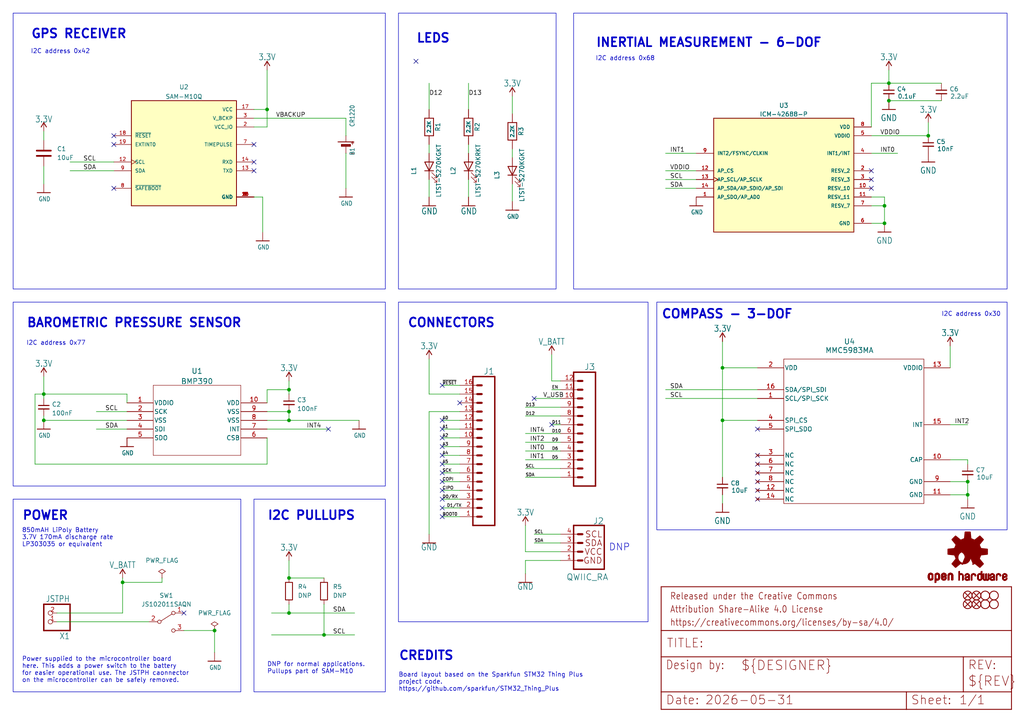
<source format=kicad_sch>
(kicad_sch (version 20230121) (generator eeschema)
  (paper "A4")
  (title_block (date "2023-10-12"))
  (lib_symbols
    (symbol "Adafruit Feather M0 Adalogger-eagle-import:CON_JST_PH_2PIN"
      (property "Reference" "X" (at -6.35 5.715 0))
      (property "Value" "CON_JST_PH_2PIN" (at -6.35 -5.08 0))
      (symbol "CON_JST_PH_2PIN_1_0"
        (pin passive inverted (at -2.54 2.54 0) (length 2.54) (name "1") (number "1"))
        (pin passive inverted (at -2.54 0 0) (length 2.54) (name "2") (number "2"))
      )
    )
    (symbol "Adafruit Feather M0 Adalogger-eagle-import:RESISTOR_0603_NOOUT"
      (property "Reference" "R" (at 0 2.54 0))
      (property "Value" "RESISTOR_0603_NOOUT" (at 0 0 0))
      (symbol "RESISTOR_0603_NOOUT_1_0"
        (pin passive line (at -5.08 0 0) (length 2.54) (name "1") (number "1"))
        (pin passive line (at 5.08 0 180) (length 2.54) (name "2") (number "2"))
      )
    )
    (symbol "Adafruit MPU6050-eagle-import:RESISTOR_0603_NOOUT"
      (property "Reference" "R" (at 0 2.54 0))
      (property "Value" "RESISTOR_0603_NOOUT" (at 0 0 0))
      (symbol "RESISTOR_0603_NOOUT_1_0"
        (pin passive line (at -5.08 0 0) (length 2.54) (name "1") (number "1"))
        (pin passive line (at 5.08 0 180) (length 2.54) (name "2") (number "2"))
      )
    )
    (symbol "Device:C" (pin_numbers hide) (pin_names (offset 0.254))
      (property "Reference" "C" (at 0.635 2.54 0))
      (property "Value" "C" (at 0.635 -2.54 0))
      (symbol "C_1_1"
        (pin passive line (at 0 3.81 270) (length 2.794) (name "~") (number "1"))
        (pin passive line (at 0 -3.81 90) (length 2.794) (name "~") (number "2"))
      )
    )
    (symbol "Device:C_Small" (pin_numbers hide) (pin_names (offset 0.254) hide)
      (property "Reference" "C" (at 0.254 1.778 0))
      (property "Value" "C_Small" (at 0.254 -2.032 0))
      (symbol "C_Small_1_1"
        (pin passive line (at 0 2.54 270) (length 2.032) (name "~") (number "1"))
        (pin passive line (at 0 -2.54 90) (length 2.032) (name "~") (number "2"))
      )
    )
    (symbol "Device:LED" (pin_numbers hide) (pin_names (offset 1.016) hide)
      (property "Reference" "D" (at 0 2.54 0))
      (property "Value" "LED" (at 0 -2.54 0))
      (symbol "LED_1_1"
        (pin passive line (at -3.81 0 0) (length 2.54) (name "K") (number "1"))
        (pin passive line (at 3.81 0 180) (length 2.54) (name "A") (number "2"))
      )
    )
    (symbol "Device:R" (pin_numbers hide) (pin_names (offset 0))
      (property "Reference" "R" (at 2.032 0 90))
      (property "Value" "R" (at 0 0 90))
      (symbol "R_1_1"
        (pin passive line (at 0 3.81 270) (length 1.27) (name "~") (number "1"))
        (pin passive line (at 0 -3.81 90) (length 1.27) (name "~") (number "2"))
      )
    )
    (symbol "Switch:SW_SPDT" (pin_names (offset 0) hide)
      (property "Reference" "SW" (at 0 4.318 0))
      (property "Value" "SW_SPDT" (at 0 -5.08 0))
      (symbol "SW_SPDT_1_1"
        (pin passive line (at 5.08 2.54 180) (length 2.54) (name "A") (number "1"))
        (pin passive line (at -5.08 0 0) (length 2.54) (name "B") (number "2"))
        (pin passive line (at 5.08 -2.54 180) (length 2.54) (name "C") (number "3"))
      )
    )
    (symbol "dropkick:ICM-42688-P" (pin_names (offset 1.016))
      (property "Reference" "U" (at -20.32 16.002 0))
      (property "Value" "ICM-42688-P" (at -20.32 -20.32 0))
      (symbol "ICM-42688-P_0_0"
        (pin bidirectional line (at -25.4 -7.62 0) (length 5.08) (name "AP_SDO/AP_AD0") (number "1"))
        (pin passive line (at 25.4 -5.08 180) (length 5.08) (name "RESV_10") (number "10"))
        (pin passive line (at 25.4 -7.62 180) (length 5.08) (name "RESV_11") (number "11"))
        (pin input line (at -25.4 0 0) (length 5.08) (name "AP_CS") (number "12"))
        (pin input clock (at -25.4 -2.54 0) (length 5.08) (name "AP_SCL/AP_SCLK") (number "13"))
        (pin bidirectional line (at -25.4 -5.08 0) (length 5.08) (name "AP_SDA/AP_SDIO/AP_SDI") (number "14"))
        (pin passive line (at 25.4 0 180) (length 5.08) (name "RESV_2") (number "2"))
        (pin passive line (at 25.4 -2.54 180) (length 5.08) (name "RESV_3") (number "3"))
        (pin output line (at 25.4 5.08 180) (length 5.08) (name "INT1/INT") (number "4"))
        (pin power_in line (at 25.4 10.16 180) (length 5.08) (name "VDDIO") (number "5"))
        (pin power_in line (at 25.4 -15.24 180) (length 5.08) (name "GND") (number "6"))
        (pin passive line (at 25.4 -10.16 180) (length 5.08) (name "RESV_7") (number "7"))
        (pin power_in line (at 25.4 12.7 180) (length 5.08) (name "VDD") (number "8"))
        (pin bidirectional line (at -25.4 5.08 0) (length 5.08) (name "INT2/FSYNC/CLKIN") (number "9"))
      )
    )
    (symbol "dropkick:SAM-M8Q-0-10" (pin_names (offset 1.016))
      (property "Reference" "U" (at -15.24 16.129 0))
      (property "Value" "SAM-M8Q-0-10" (at -15.24 -17.78 0))
      (symbol "SAM-M8Q-0-10_0_0"
        (pin power_in line (at 20.32 -12.7 180) (length 5.08) (name "GND") (number "1"))
        (pin power_in line (at 20.32 -12.7 180) (length 5.08) (name "GND") (number "10"))
        (pin power_in line (at 20.32 -12.7 180) (length 5.08) (name "GND") (number "11"))
        (pin input clock (at -20.32 -2.54 0) (length 5.08) (name "SCL") (number "12"))
        (pin output line (at 20.32 -5.08 180) (length 5.08) (name "TXD") (number "13"))
        (pin input line (at 20.32 -2.54 180) (length 5.08) (name "RXD") (number "14"))
        (pin power_in line (at 20.32 -12.7 180) (length 5.08) (name "GND") (number "15"))
        (pin power_in line (at 20.32 -12.7 180) (length 5.08) (name "GND") (number "16"))
        (pin power_in line (at 20.32 12.7 180) (length 5.08) (name "VCC") (number "17"))
        (pin input line (at -20.32 5.08 0) (length 5.08) (name "~{RESET}") (number "18"))
        (pin input line (at -20.32 2.54 0) (length 5.08) (name "EXTINT0") (number "19"))
        (pin power_in line (at 20.32 7.62 180) (length 5.08) (name "VCC_IO") (number "2"))
        (pin power_in line (at 20.32 -12.7 180) (length 5.08) (name "GND") (number "20"))
        (pin power_in line (at 20.32 10.16 180) (length 5.08) (name "V_BCKP") (number "3"))
        (pin power_in line (at 20.32 -12.7 180) (length 5.08) (name "GND") (number "4"))
        (pin power_in line (at 20.32 -12.7 180) (length 5.08) (name "GND") (number "5"))
        (pin power_in line (at 20.32 -12.7 180) (length 5.08) (name "GND") (number "6"))
        (pin output line (at 20.32 2.54 180) (length 5.08) (name "TIMEPULSE") (number "7"))
        (pin input line (at -20.32 -10.16 0) (length 5.08) (name "~{SAFEBOOT}") (number "8"))
        (pin bidirectional line (at -20.32 -5.08 0) (length 5.08) (name "SDA") (number "9"))
      )
    )
    (symbol "peakick:3.3V" (power)
      (property "Value" "3.3V" (at 0 2.794 0))
      (symbol "3.3V_1_0"
        (pin power_in line (at 0 0 90) (length 2.54) (name "3.3V") (number "1"))
      )
    )
    (symbol "peakick:BATTERYCR1220_2"
      (property "Reference" "B" (at -2.54 3.175 0))
      (property "Value" "BATTERYCR1220_2" (at -2.54 -5.08 0))
      (symbol "BATTERYCR1220_2_1_0"
        (text "+" (at 1.27 -1.143 900) (effects (font (size 1.27 1.0795)) (justify right top)))
        (text "-" (at -1.778 -1.143 900) (effects (font (size 1.27 1.0795)) (justify right top)))
        (pin passive line (at 2.54 0 180) (length 0) (name "+") (number "+"))
        (pin passive line (at -2.54 0 0) (length 0) (name "-") (number "-"))
      )
    )
    (symbol "peakick:BMP390" (pin_names (offset 0.254))
      (property "Reference" "U" (at 20.32 10.16 0))
      (property "Value" "BMP390" (at 20.32 7.62 0))
      (symbol "BMP390_0_1"
        (pin power_in line (at 0 0 0) (length 7.62) (name "VDDIO") (number "1"))
        (pin power_in line (at 40.64 0 180) (length 7.62) (name "VDD") (number "10"))
        (pin input line (at 0 -2.54 0) (length 7.62) (name "SCK") (number "2"))
        (pin power_out line (at 0 -5.08 0) (length 7.62) (name "VSS") (number "3"))
        (pin bidirectional line (at 0 -7.62 0) (length 7.62) (name "SDI") (number "4"))
        (pin bidirectional line (at 0 -10.16 0) (length 7.62) (name "SDO") (number "5"))
        (pin input line (at 40.64 -10.16 180) (length 7.62) (name "CSB") (number "6"))
        (pin input line (at 40.64 -7.62 180) (length 7.62) (name "INT") (number "7"))
        (pin power_out line (at 40.64 -5.08 180) (length 7.62) (name "VSS") (number "8"))
        (pin power_out line (at 40.64 -2.54 180) (length 7.62) (name "VSS") (number "9"))
      )
    )
    (symbol "peakick:CONN_12SM_SQ_NO_SILK"
      (property "Reference" "J" (at 0 15.748 0))
      (symbol "CONN_12SM_SQ_NO_SILK_1_0"
        (pin passive line (at 10.16 -15.24 180) (length 5.08) (name "1") (number "1"))
        (pin passive line (at 10.16 7.62 180) (length 5.08) (name "10") (number "10"))
        (pin passive line (at 10.16 10.16 180) (length 5.08) (name "11") (number "11"))
        (pin passive line (at 10.16 12.7 180) (length 5.08) (name "12") (number "12"))
        (pin passive line (at 10.16 -12.7 180) (length 5.08) (name "2") (number "2"))
        (pin passive line (at 10.16 -10.16 180) (length 5.08) (name "3") (number "3"))
        (pin passive line (at 10.16 -7.62 180) (length 5.08) (name "4") (number "4"))
        (pin passive line (at 10.16 -5.08 180) (length 5.08) (name "5") (number "5"))
        (pin passive line (at 10.16 -2.54 180) (length 5.08) (name "6") (number "6"))
        (pin passive line (at 10.16 0 180) (length 5.08) (name "7") (number "7"))
        (pin passive line (at 10.16 2.54 180) (length 5.08) (name "8") (number "8"))
        (pin passive line (at 10.16 5.08 180) (length 5.08) (name "9") (number "9"))
      )
    )
    (symbol "peakick:CONN_161X16_SM_SQ_NOSILK"
      (property "Reference" "J" (at 0 20.828 0))
      (symbol "CONN_161X16_SM_SQ_NOSILK_1_0"
        (pin passive line (at 10.16 -20.32 180) (length 5.08) (name "1") (number "1"))
        (pin passive line (at 10.16 2.54 180) (length 5.08) (name "10") (number "10"))
        (pin passive line (at 10.16 5.08 180) (length 5.08) (name "11") (number "11"))
        (pin passive line (at 10.16 7.62 180) (length 5.08) (name "12") (number "12"))
        (pin passive line (at 10.16 10.16 180) (length 5.08) (name "13") (number "13"))
        (pin passive line (at 10.16 12.7 180) (length 5.08) (name "14") (number "14"))
        (pin passive line (at 10.16 15.24 180) (length 5.08) (name "15") (number "15"))
        (pin passive line (at 10.16 17.78 180) (length 5.08) (name "16") (number "16"))
        (pin passive line (at 10.16 -17.78 180) (length 5.08) (name "2") (number "2"))
        (pin passive line (at 10.16 -15.24 180) (length 5.08) (name "3") (number "3"))
        (pin passive line (at 10.16 -12.7 180) (length 5.08) (name "4") (number "4"))
        (pin passive line (at 10.16 -10.16 180) (length 5.08) (name "5") (number "5"))
        (pin passive line (at 10.16 -7.62 180) (length 5.08) (name "6") (number "6"))
        (pin passive line (at 10.16 -5.08 180) (length 5.08) (name "7") (number "7"))
        (pin passive line (at 10.16 -2.54 180) (length 5.08) (name "8") (number "8"))
        (pin passive line (at 10.16 0 180) (length 5.08) (name "9") (number "9"))
      )
    )
    (symbol "peakick:FIDUCIALUFIDUCIAL")
    (symbol "peakick:FRAME-LETTER"
      (symbol "FRAME-LETTER_2_0"
        (text "${#}/${##}" (at 86.36 1.27 0) (effects (font (size 2.54 2.54)) (justify left bottom)))
        (text "${CURRENT_DATE}" (at 12.7 1.27 0) (effects (font (size 2.54 2.54)) (justify left bottom)))
        (text "${DESIGNER}" (at 23.114 11.176 0) (effects (font (size 2.7432 2.7432)) (justify left bottom)))
        (text "${PROJECTNAME}" (at 15.494 17.78 0) (effects (font (size 2.7432 2.7432)) (justify left bottom)))
        (text "${REV}" (at 88.9 6.604 0) (effects (font (size 2.7432 2.7432)) (justify left bottom)))
        (text "Attribution Share-Alike 4.0 License" (at 2.54 27.94 0) (effects (font (size 1.9304 1.6408)) (justify left bottom)))
        (text "Date:" (at 1.27 1.27 0) (effects (font (size 2.54 2.54)) (justify left bottom)))
        (text "Design by:" (at 1.27 11.43 0) (effects (font (size 2.54 2.159)) (justify left bottom)))
        (text "https://creativecommons.org/licenses/by-sa/4.0/" (at 2.54 24.13 0) (effects (font (size 1.9304 1.6408)) (justify left bottom)))
        (text "Released under the Creative Commons" (at 2.54 31.75 0) (effects (font (size 1.9304 1.6408)) (justify left bottom)))
        (text "REV:" (at 88.9 11.43 0) (effects (font (size 2.54 2.54)) (justify left bottom)))
        (text "Sheet:" (at 72.39 1.27 0) (effects (font (size 2.54 2.54)) (justify left bottom)))
        (text "TITLE:" (at 1.524 17.78 0) (effects (font (size 2.54 2.54)) (justify left bottom)))
      )
    )
    (symbol "peakick:GND" (power)
      (property "Value" "GND" (at 0 -0.254 0))
      (symbol "GND_1_0"
        (pin power_in line (at 0 2.54 270) (length 2.54) (name "GND") (number "1"))
      )
    )
    (symbol "peakick:MMC5983MA" (pin_names (offset 0.254))
      (property "Reference" "U" (at 35.56 10.16 0))
      (property "Value" "MMC5983MA" (at 35.56 7.62 0))
      (symbol "MMC5983MA_0_1"
        (pin input line (at 8.89 -6.35 0) (length 7.62) (name "SCL/SPI_SCK") (number "1"))
        (pin power_in line (at 64.77 -24.13 180) (length 7.62) (name "CAP") (number "10"))
        (pin power_out line (at 64.77 -34.29 180) (length 7.62) (name "GND") (number "11"))
        (pin no_connect line (at 8.89 -33.02 0) (length 7.62) (name "NC") (number "12"))
        (pin power_in line (at 64.77 2.54 180) (length 7.62) (name "VDDIO") (number "13"))
        (pin output line (at 64.77 -13.97 180) (length 7.62) (name "INT") (number "15"))
        (pin bidirectional line (at 8.89 -3.81 0) (length 7.62) (name "SDA/SPI_SDI") (number "16"))
        (pin power_in line (at 8.89 2.54 0) (length 7.62) (name "VDD") (number "2"))
        (pin no_connect line (at 8.89 -22.86 0) (length 7.62) (name "NC") (number "3"))
        (pin input line (at 8.89 -12.7 0) (length 7.62) (name "SPI_CS") (number "4"))
        (pin output line (at 8.89 -15.24 0) (length 7.62) (name "SPI_SDO") (number "5"))
        (pin no_connect line (at 8.89 -25.4 0) (length 7.62) (name "NC") (number "6"))
        (pin no_connect line (at 8.89 -27.94 0) (length 7.62) (name "NC") (number "7"))
        (pin no_connect line (at 8.89 -30.48 0) (length 7.62) (name "NC") (number "8"))
      )
      (symbol "MMC5983MA_1_1"
        (pin no_connect line (at 8.89 -35.56 0) (length 7.62) (name "NC") (number "14"))
        (pin power_out line (at 64.77 -30.48 180) (length 7.62) (name "GND") (number "9"))
      )
    )
    (symbol "peakick:OSHW-LOGOS")
    (symbol "peakick:QWIIC_CONNECTORJS-1MM"
      (property "Reference" "J" (at -5.08 7.874 0))
      (symbol "QWIIC_CONNECTORJS-1MM_1_0"
        (text "GND" (at -4.572 -2.54 0) (effects (font (size 1.778 1.778)) (justify left)))
        (text "SCL" (at -4.572 5.08 0) (effects (font (size 1.778 1.778)) (justify left)))
        (text "SDA" (at -4.572 2.54 0) (effects (font (size 1.778 1.778)) (justify left)))
        (text "VCC" (at -4.572 0 0) (effects (font (size 1.778 1.778)) (justify left)))
        (pin power_in line (at 7.62 -2.54 180) (length 5.08) (name "1") (number "1"))
        (pin power_in line (at 7.62 0 180) (length 5.08) (name "2") (number "2"))
        (pin passive line (at 7.62 2.54 180) (length 5.08) (name "3") (number "3"))
        (pin passive line (at 7.62 5.08 180) (length 5.08) (name "4") (number "4"))
      )
    )
    (symbol "peakick:STAND-OFFTIGHT")
    (symbol "peakick:V_BATT" (power)
      (property "Value" "V_BATT" (at 0 2.794 0))
      (symbol "V_BATT_1_0"
        (pin power_in line (at 0 0 90) (length 2.54) (name "V_BATT") (number "1"))
      )
    )
    (symbol "power:PWR_FLAG" (power) (pin_numbers hide) (pin_names (offset 0) hide)
      (property "Value" "PWR_FLAG" (at 0 3.81 0))
      (symbol "PWR_FLAG_0_0"
        (pin power_out line (at 0 0 90) (length 0) (name "pwr") (number "1"))
      )
    )
  )
  (junction (at 12.7 121.92))
  (junction (at 83.82 119.38))
  (junction (at 209.55 106.68))
  (junction (at 256.54 59.69))
  (junction (at 83.82 121.92))
  (junction (at 257.81 29.21))
  (junction (at 83.82 113.03))
  (junction (at 93.98 184.15))
  (junction (at 269.24 39.37))
  (junction (at 256.54 64.77))
  (junction (at 35.56 168.91))
  (junction (at 280.67 143.51))
  (junction (at 83.82 177.8))
  (junction (at 83.82 167.64))
  (junction (at 12.7 114.3))
  (junction (at 62.23 182.88))
  (junction (at 209.55 121.92))
  (junction (at 257.81 24.13))
  (junction (at 77.47 31.75))
  (junction (at 280.67 139.7))
  (no_connect (at 128.27 144.78))
  (no_connect (at 219.71 134.62))
  (no_connect (at 128.27 137.16))
  (no_connect (at 128.27 129.54))
  (no_connect (at 53.34 177.8))
  (no_connect (at 154.94 115.57))
  (no_connect (at 128.27 149.86))
  (no_connect (at 73.66 49.53))
  (no_connect (at 252.73 54.61))
  (no_connect (at 252.73 52.07))
  (no_connect (at 128.27 139.7))
  (no_connect (at 133.35 116.84))
  (no_connect (at 252.73 49.53))
  (no_connect (at 219.71 124.46))
  (no_connect (at 219.71 139.7))
  (no_connect (at 128.27 134.62))
  (no_connect (at 120.65 17.78))
  (no_connect (at 95.25 124.46))
  (no_connect (at 128.27 147.32))
  (no_connect (at 219.71 142.24))
  (no_connect (at 33.02 39.37))
  (no_connect (at 128.27 127))
  (no_connect (at 73.66 41.91))
  (no_connect (at 219.71 137.16))
  (no_connect (at 33.02 54.61))
  (no_connect (at 128.27 111.76))
  (no_connect (at 128.27 121.92))
  (no_connect (at 219.71 144.78))
  (no_connect (at 128.27 142.24))
  (no_connect (at 219.71 132.08))
  (no_connect (at 128.27 124.46))
  (no_connect (at 33.02 41.91))
  (no_connect (at 160.02 123.19))
  (no_connect (at 73.66 46.99))
  (no_connect (at 128.27 132.08))
  (wire (pts (xy 10.16 134.62) (xy 10.16 114.3)))
  (wire (pts (xy 77.47 119.38) (xy 83.82 119.38)))
  (wire (pts (xy 124.46 114.3) (xy 124.46 104.14)) (stroke (width 0.1524)))
  (wire (pts (xy 16.51 180.34) (xy 43.18 180.34)))
  (wire (pts (xy 77.47 116.84) (xy 77.47 113.03)))
  (wire (pts (xy 133.35 139.7) (xy 128.27 139.7)) (stroke (width 0.1524)))
  (wire (pts (xy 275.59 133.35) (xy 280.67 133.35)))
  (wire (pts (xy 12.7 109.22) (xy 12.7 114.3)))
  (wire (pts (xy 256.54 57.15) (xy 256.54 59.69)))
  (wire (pts (xy 162.56 118.11) (xy 152.4 118.11)) (stroke (width 0.1524)))
  (wire (pts (xy 124.46 41.91) (xy 124.46 44.45)))
  (wire (pts (xy 162.56 138.43) (xy 152.4 138.43)) (stroke (width 0.1524)))
  (wire (pts (xy 252.73 44.45) (xy 260.35 44.45)))
  (wire (pts (xy 77.47 121.92) (xy 83.82 121.92)))
  (wire (pts (xy 93.98 184.15) (xy 102.87 184.15)))
  (wire (pts (xy 124.46 24.13) (xy 124.46 31.75)))
  (wire (pts (xy 162.56 157.48) (xy 154.94 157.48)) (stroke (width 0.1524)))
  (wire (pts (xy 27.94 124.46) (xy 36.83 124.46)))
  (wire (pts (xy 209.55 143.51) (xy 209.55 146.05)))
  (wire (pts (xy 73.66 57.15) (xy 76.2 57.15)))
  (wire (pts (xy 133.35 119.38) (xy 124.46 119.38)) (stroke (width 0.1524)))
  (wire (pts (xy 12.7 121.92) (xy 12.7 120.65)))
  (wire (pts (xy 162.56 125.73) (xy 160.02 125.73)) (stroke (width 0.1524)))
  (wire (pts (xy 77.47 31.75) (xy 73.66 31.75)))
  (wire (pts (xy 162.56 123.19) (xy 160.02 123.19)) (stroke (width 0.1524)))
  (wire (pts (xy 20.32 46.99) (xy 33.02 46.99)))
  (wire (pts (xy 83.82 167.64) (xy 93.98 167.64)))
  (wire (pts (xy 133.35 129.54) (xy 128.27 129.54)) (stroke (width 0.1524)))
  (wire (pts (xy 78.74 184.15) (xy 93.98 184.15)))
  (wire (pts (xy 219.71 121.92) (xy 209.55 121.92)))
  (wire (pts (xy 135.89 24.13) (xy 135.89 31.75)))
  (wire (pts (xy 35.56 177.8) (xy 16.51 177.8)))
  (wire (pts (xy 83.82 177.8) (xy 102.87 177.8)))
  (wire (pts (xy 12.7 38.1) (xy 12.7 40.64)))
  (wire (pts (xy 162.56 130.81) (xy 160.02 130.81)) (stroke (width 0.1524)))
  (wire (pts (xy 35.56 168.91) (xy 35.56 177.8)))
  (wire (pts (xy 152.4 162.56) (xy 152.4 166.37)) (stroke (width 0.1524)))
  (wire (pts (xy 257.81 24.13) (xy 252.73 24.13)))
  (wire (pts (xy 124.46 119.38) (xy 124.46 154.94)) (stroke (width 0.1524)))
  (wire (pts (xy 83.82 110.49) (xy 83.82 113.03)))
  (wire (pts (xy 162.56 162.56) (xy 152.4 162.56)) (stroke (width 0.1524)))
  (wire (pts (xy 162.56 135.89) (xy 152.4 135.89)) (stroke (width 0.1524)))
  (wire (pts (xy 275.59 143.51) (xy 280.67 143.51)))
  (wire (pts (xy 83.82 162.56) (xy 83.82 167.64)))
  (wire (pts (xy 162.56 113.03) (xy 160.02 113.03)) (stroke (width 0.1524)))
  (wire (pts (xy 148.59 53.34) (xy 148.59 58.42)))
  (wire (pts (xy 193.04 115.57) (xy 219.71 115.57)))
  (wire (pts (xy 78.74 177.8) (xy 83.82 177.8)))
  (wire (pts (xy 36.83 121.92) (xy 12.7 121.92)))
  (wire (pts (xy 124.46 52.07) (xy 124.46 57.15)))
  (wire (pts (xy 12.7 114.3) (xy 12.7 115.57)))
  (wire (pts (xy 133.35 114.3) (xy 124.46 114.3)) (stroke (width 0.1524)))
  (wire (pts (xy 133.35 134.62) (xy 128.27 134.62)) (stroke (width 0.1524)))
  (wire (pts (xy 12.7 48.26) (xy 12.7 53.34)))
  (wire (pts (xy 135.89 41.91) (xy 135.89 44.45)))
  (wire (pts (xy 36.83 114.3) (xy 12.7 114.3)))
  (wire (pts (xy 152.4 133.35) (xy 160.02 133.35)))
  (wire (pts (xy 252.73 57.15) (xy 256.54 57.15)))
  (wire (pts (xy 152.4 130.81) (xy 160.02 130.81)))
  (wire (pts (xy 36.83 116.84) (xy 36.83 114.3)))
  (wire (pts (xy 280.67 143.51) (xy 280.67 144.78)))
  (wire (pts (xy 133.35 124.46) (xy 128.27 124.46)) (stroke (width 0.1524)))
  (wire (pts (xy 133.35 142.24) (xy 128.27 142.24)) (stroke (width 0.1524)))
  (wire (pts (xy 77.47 113.03) (xy 83.82 113.03)))
  (wire (pts (xy 160.02 110.49) (xy 160.02 102.87)) (stroke (width 0.1524)))
  (wire (pts (xy 252.73 24.13) (xy 252.73 36.83)))
  (wire (pts (xy 133.35 144.78) (xy 128.27 144.78)) (stroke (width 0.1524)))
  (wire (pts (xy 100.33 44.45) (xy 100.33 54.61)))
  (wire (pts (xy 280.67 133.35) (xy 280.67 134.62)))
  (wire (pts (xy 100.33 39.37) (xy 100.33 34.29)))
  (wire (pts (xy 77.47 124.46) (xy 95.25 124.46)))
  (wire (pts (xy 148.59 43.18) (xy 148.59 45.72)))
  (wire (pts (xy 193.04 54.61) (xy 201.93 54.61)))
  (wire (pts (xy 252.73 39.37) (xy 269.24 39.37)))
  (wire (pts (xy 209.55 99.06) (xy 209.55 106.68)))
  (wire (pts (xy 252.73 59.69) (xy 256.54 59.69)))
  (wire (pts (xy 35.56 167.64) (xy 35.56 168.91)))
  (wire (pts (xy 162.56 160.02) (xy 152.4 160.02)) (stroke (width 0.1524)))
  (wire (pts (xy 152.4 160.02) (xy 152.4 152.4)) (stroke (width 0.1524)))
  (wire (pts (xy 77.47 20.32) (xy 77.47 31.75)))
  (wire (pts (xy 219.71 106.68) (xy 209.55 106.68)))
  (wire (pts (xy 135.89 52.07) (xy 135.89 57.15)))
  (wire (pts (xy 162.56 154.94) (xy 154.94 154.94)) (stroke (width 0.1524)))
  (wire (pts (xy 148.59 27.94) (xy 148.59 33.02)))
  (wire (pts (xy 77.47 31.75) (xy 77.47 36.83)))
  (wire (pts (xy 27.94 119.38) (xy 36.83 119.38)))
  (wire (pts (xy 275.59 139.7) (xy 280.67 139.7)))
  (wire (pts (xy 193.04 44.45) (xy 201.93 44.45)))
  (wire (pts (xy 275.59 100.33) (xy 275.59 106.68)))
  (wire (pts (xy 275.59 123.19) (xy 280.67 123.19)))
  (wire (pts (xy 209.55 121.92) (xy 209.55 138.43)))
  (wire (pts (xy 257.81 20.32) (xy 257.81 24.13)))
  (wire (pts (xy 162.56 120.65) (xy 152.4 120.65)) (stroke (width 0.1524)))
  (wire (pts (xy 162.56 110.49) (xy 160.02 110.49)) (stroke (width 0.1524)))
  (wire (pts (xy 83.82 121.92) (xy 104.14 121.92)))
  (wire (pts (xy 77.47 127) (xy 77.47 134.62)))
  (wire (pts (xy 77.47 134.62) (xy 10.16 134.62)))
  (wire (pts (xy 133.35 149.86) (xy 128.27 149.86)) (stroke (width 0.1524)))
  (wire (pts (xy 77.47 36.83) (xy 73.66 36.83)))
  (wire (pts (xy 256.54 59.69) (xy 256.54 64.77)))
  (wire (pts (xy 53.34 182.88) (xy 62.23 182.88)))
  (wire (pts (xy 73.66 34.29) (xy 100.33 34.29)))
  (wire (pts (xy 62.23 182.88) (xy 62.23 189.23)))
  (wire (pts (xy 46.99 168.91) (xy 35.56 168.91)))
  (wire (pts (xy 152.4 125.73) (xy 160.02 125.73)))
  (wire (pts (xy 257.81 24.13) (xy 273.05 24.13)))
  (wire (pts (xy 133.35 111.76) (xy 128.27 111.76)) (stroke (width 0.1524)))
  (wire (pts (xy 133.35 127) (xy 128.27 127)) (stroke (width 0.1524)))
  (wire (pts (xy 257.81 29.21) (xy 273.05 29.21)))
  (wire (pts (xy 83.82 119.38) (xy 83.82 121.92)))
  (wire (pts (xy 93.98 175.26) (xy 93.98 184.15)))
  (wire (pts (xy 252.73 64.77) (xy 256.54 64.77)))
  (wire (pts (xy 162.56 115.57) (xy 154.94 115.57)) (stroke (width 0.1524)))
  (wire (pts (xy 193.04 52.07) (xy 201.93 52.07)))
  (wire (pts (xy 269.24 35.56) (xy 269.24 39.37)))
  (wire (pts (xy 76.2 57.15) (xy 76.2 67.31)))
  (wire (pts (xy 133.35 147.32) (xy 128.27 147.32)) (stroke (width 0.1524)))
  (wire (pts (xy 133.35 137.16) (xy 128.27 137.16)) (stroke (width 0.1524)))
  (wire (pts (xy 20.32 49.53) (xy 33.02 49.53)))
  (wire (pts (xy 152.4 128.27) (xy 160.02 128.27)))
  (wire (pts (xy 193.04 113.03) (xy 219.71 113.03)))
  (wire (pts (xy 162.56 128.27) (xy 160.02 128.27)) (stroke (width 0.1524)))
  (wire (pts (xy 83.82 175.26) (xy 83.82 177.8)))
  (wire (pts (xy 133.35 121.92) (xy 128.27 121.92)) (stroke (width 0.1524)))
  (wire (pts (xy 133.35 132.08) (xy 128.27 132.08)) (stroke (width 0.1524)))
  (wire (pts (xy 46.99 167.64) (xy 46.99 168.91)))
  (wire (pts (xy 162.56 133.35) (xy 160.02 133.35)) (stroke (width 0.1524)))
  (wire (pts (xy 83.82 113.03) (xy 83.82 114.3)))
  (wire (pts (xy 280.67 139.7) (xy 280.67 143.51)))
  (wire (pts (xy 209.55 121.92) (xy 209.55 106.68)))
  (wire (pts (xy 10.16 114.3) (xy 12.7 114.3)))
  (wire (pts (xy 193.04 49.53) (xy 201.93 49.53)))
  (rectangle (start 166.37 3.81) (end 292.1 83.82))
  (rectangle (start 3.81 87.63) (end 111.76 140.97))
  (rectangle (start 115.57 3.81) (end 161.29 83.82))
  (rectangle (start 3.81 144.78) (end 69.85 200.66))
  (rectangle (start 115.57 87.63) (end 187.96 180.34))
  (rectangle (start 3.81 3.81) (end 111.76 83.82))
  (rectangle (start 73.66 144.78) (end 111.76 200.66))
  (rectangle (start 190.5 87.63) (end 292.1 153.67))
  (text "GPS RECEIVER" (at 8.89 11.43 0) (effects (font (size 2.54 2.54) (thickness 0.508) bold) (justify left bottom)))
  (text "I2C address 0x68\n" (at 172.72 17.78 0) (effects (font (size 1.27 1.27)) (justify left bottom)))
  (text "COMPASS - 3-DOF\n" (at 191.77 92.71 0) (effects (font (size 2.54 2.54) (thickness 0.508) bold) (justify left bottom)))
  (text "BAROMETRIC PRESSURE SENSOR\n" (at 7.62 95.25 0) (effects (font (size 2.54 2.54) (thickness 0.508) bold) (justify left bottom)))
  (text "POWER\n" (at 6.35 151.13 0) (effects (font (size 2.54 2.54) (thickness 0.508) bold) (justify left bottom)))
  (text "I2C PULLUPS\n" (at 77.47 151.13 0) (effects (font (size 2.54 2.54) (thickness 0.508) bold) (justify left bottom)))
  (text "Board layout based on the Sparkfun STM32 Thing Plus\nproject code.\nhttps://github.com/sparkfun/STM32_Thing_Plus" (at 115.57 200.66 0) (effects (font (size 1.27 1.27)) (justify left bottom)))
  (text "DNP for normal applications.\nPullups part of SAM-M10" (at 77.47 195.58 0) (effects (font (size 1.27 1.27)) (justify left bottom)))
  (text "CONNECTORS\n" (at 118.11 95.25 0) (effects (font (size 2.54 2.54) (thickness 0.508) bold) (justify left bottom)))
  (text "INERTIAL MEASUREMENT - 6-DOF" (at 172.72 13.97 0) (effects (font (size 2.54 2.54) (thickness 0.508) bold) (justify left bottom)))
  (text "CREDITS\n" (at 115.57 191.77 0) (effects (font (size 2.54 2.54) (thickness 0.508) bold) (justify left bottom)))
  (text "850mAH LiPoly Battery\n3.7V 170mA discharge rate\nLP303035 or equivalent" (at 6.35 158.75 0) (effects (font (size 1.27 1.27)) (justify left bottom)))
  (text "Power supplied to the microcontroller board\nhere. This adds a power switch to the battery\nfor easier operational use. The JSTPH caonnector\non the microcontroller can be safely removed." (at 6.35 198.12 0) (effects (font (size 1.27 1.27)) (justify left bottom)))
  (text "I2C address 0x42\n\n" (at 8.89 17.78 0) (effects (font (size 1.27 1.27)) (justify left bottom)))
  (text "DNP" (at 176.53 160.02 0) (effects (font (size 2 2)) (justify left bottom)))
  (text "I2C address 0x77" (at 7.62 100.33 0) (effects (font (size 1.27 1.27)) (justify left bottom)))
  (text "I2C address 0x30\n\n" (at 273.05 93.98 0) (effects (font (size 1.27 1.27)) (justify left bottom)))
  (text "LEDS" (at 120.65 12.7 0) (effects (font (size 2.54 2.54) (thickness 0.508) bold) (justify left bottom)))
  (label "CIPO" (at 128.27 142.24 0) (effects (font (size 0.889 0.889))))
  (label "D6" (at 160.02 130.81 0) (effects (font (size 0.889 0.889))))
  (label "SCL" (at 194.31 52.07 0))
  (label "A0" (at 128.27 121.92 0) (effects (font (size 0.889 0.889))))
  (label "D0/RX" (at 128.27 144.78 0) (effects (font (size 0.889 0.889))))
  (label "INT2" (at 276.86 123.19 0))
  (label "A4" (at 128.27 132.08 0) (effects (font (size 0.889 0.889))))
  (label "D12" (at 152.4 120.65 0) (effects (font (size 0.889 0.889))))
  (label "SCL" (at 96.52 184.15 0))
  (label "D10" (at 160.02 125.73 0) (effects (font (size 0.889 0.889))))
  (label "SDA" (at 194.31 54.61 0))
  (label "A1" (at 128.27 124.46 0) (effects (font (size 0.889 0.889))))
  (label "INT0" (at 153.67 130.81 0))
  (label "D5" (at 160.02 133.35 0) (effects (font (size 0.889 0.889))))
  (label "SDA" (at 194.31 113.03 0))
  (label "SCL" (at 152.4 135.89 0) (effects (font (size 0.889 0.889))))
  (label "D1/TX" (at 129.54 147.32 0) (effects (font (size 0.889 0.889))))
  (label "~{RESET}" (at 128.27 111.76 0) (effects (font (size 0.889 0.889))))
  (label "SDA" (at 96.52 177.8 0))
  (label "SCL" (at 194.31 115.57 0))
  (label "SDA" (at 154.94 157.48 0) (effects (font (size 0.889 0.889))))
  (label "SDA" (at 24.13 49.53 0))
  (label "V_USB" (at 157.48 115.57 0))
  (label "INT0" (at 255.27 44.45 0))
  (label "A5" (at 128.27 134.62 0) (effects (font (size 0.889 0.889))))
  (label "D9" (at 160.02 128.27 0) (effects (font (size 0.889 0.889))))
  (label "A3" (at 128.27 129.54 0) (effects (font (size 0.889 0.889))))
  (label "D13" (at 135.89 27.94 0))
  (label "SCL" (at 154.94 154.94 0) (effects (font (size 0.889 0.889))))
  (label "INT4" (at 88.9 124.46 0))
  (label "BOOT0" (at 128.27 149.86 0) (effects (font (size 0.889 0.889))))
  (label "SCL" (at 30.48 119.38 0))
  (label "D13" (at 152.4 118.11 0) (effects (font (size 0.889 0.889))))
  (label "SCK" (at 128.27 137.16 0) (effects (font (size 0.889 0.889))))
  (label "INT4" (at 153.67 125.73 0))
  (label "COPI" (at 128.27 139.7 0) (effects (font (size 0.889 0.889))))
  (label "SDA" (at 30.48 124.46 0))
  (label "A2" (at 128.27 127 0) (effects (font (size 0.889 0.889))))
  (label "EN" (at 160.02 113.03 0) (effects (font (size 0.889 0.889))))
  (label "INT1" (at 194.31 44.45 0))
  (label "INT1" (at 153.67 133.35 0))
  (label "VBACKUP" (at 80.01 34.29 0) (effects (font (size 1.2446 1.2446))))
  (label "VDDIO" (at 194.31 49.53 0))
  (label "INT2" (at 153.67 128.27 0))
  (label "VDDIO" (at 255.27 39.37 0))
  (label "SCL" (at 24.13 46.99 0))
  (label "SDA" (at 152.4 138.43 0) (effects (font (size 0.889 0.889))))
  (label "D12" (at 124.46 27.94 0))
  (label "D11" (at 160.02 123.19 0) (effects (font (size 0.889 0.889))))
  (symbol (lib_id "peakick:3.3V") (at 269.24 35.56 0) (unit 1)
    (property "Reference" "#SUPPLY011" (effects hide))
    (property "Value" "3.3V" (at 269.24 32.766 0) (effects (font (size 1.778 1.5113)) (justify bottom)))
  )
  (symbol (lib_id "peakick:FIDUCIALUFIDUCIAL") (at 280.67 172.72 0) (unit 1)
    (property "Reference" "FD1" (effects hide))
    (property "Value" "FIDUCIALUFIDUCIAL" (effects hide))
    (property "Footprint" "peakick:FIDUCIAL-MICRO" (effects hide))
  )
  (symbol (lib_id "peakick:3.3V") (at 148.59 27.94 0) (unit 1)
    (property "Reference" "#SUPPLY06" (effects hide))
    (property "Value" "3.3V" (at 148.59 25.146 0) (effects (font (size 1.778 1.5113)) (justify bottom)))
  )
  (symbol (lib_id "peakick:GND") (at 257.81 31.75 0) (unit 1)
    (property "Reference" "#GND06" (effects hide))
    (property "Value" "GND" (at 257.81 34.212 0) (effects (font (size 1.778 1.5113))))
  )
  (symbol (lib_id "peakick:GND") (at 201.93 59.69 0) (unit 1)
    (property "Reference" "#U$08" (effects hide))
    (property "Value" "GND" (at 200.406 62.23 0) (effects (font (size 1.27 1.0795)) (justify left bottom)))
  )
  (symbol (lib_id "Device:R") (at 83.82 171.45 0) (unit 1)
    (property "Reference" "R4" (at 86.36 170.18 0) (effects (justify left)))
    (property "Value" "DNP" (at 86.36 172.72 0) (effects (justify left)))
    (property "Footprint" "Resistor_SMD:R_0603_1608Metric" (effects hide))
    (property "NOTES" "10K if SAM-M10 not installed" (effects hide))
  )
  (symbol (lib_id "peakick:GND") (at 124.46 59.69 0) (mirror y) (unit 1)
    (property "Reference" "#GND01" (effects hide))
    (property "Value" "GND" (at 127 62.23 0) (effects (font (size 1.778 1.5113)) (justify left bottom)))
  )
  (symbol (lib_id "peakick:GND") (at 76.2 69.85 0) (unit 1)
    (property "Reference" "#U$04" (effects hide))
    (property "Value" "GND" (at 74.676 72.39 0) (effects (font (size 1.27 1.0795)) (justify left bottom)))
  )
  (symbol (lib_id "peakick:3.3V") (at 275.59 100.33 0) (mirror y) (unit 1)
    (property "Reference" "#SUPPLY013" (effects hide))
    (property "Value" "3.3V" (at 275.59 97.536 0) (effects (font (size 1.778 1.5113)) (justify bottom)))
  )
  (symbol (lib_id "Device:C_Small") (at 280.67 137.16 0) (unit 1)
    (property "Reference" "C7" (at 282.9941 136.3316 0) (effects (justify left)))
    (property "Value" "10uF" (at 283.21 138.43 0) (effects (justify left)))
    (property "Footprint" "Capacitor_SMD:C_0603_1608Metric" (effects hide))
    (property "NOTES" "X7R" (effects hide))
  )
  (symbol (lib_id "peakick:3.3V") (at 12.7 109.22 0) (unit 1)
    (property "Reference" "#SUPPLY02" (effects hide))
    (property "Value" "3.3V" (at 12.7 106.426 0) (effects (font (size 1.778 1.5113)) (justify bottom)))
  )
  (symbol (lib_id "peakick:3.3V") (at 12.7 38.1 0) (unit 1)
    (property "Reference" "#SUPPLY01" (effects hide))
    (property "Value" "3.3V" (at 12.7 35.56 0) (effects (font (size 1.778 1.5113)) (justify bottom)))
  )
  (symbol (lib_id "Device:LED") (at 124.46 48.26 90) (unit 1)
    (property "Reference" "L1" (at 120.015 49.53 0))
    (property "Value" "LTST-S270KGKT" (at 127.254 49.53 0))
    (property "Footprint" "LED_SMD:LED_0603_1608Metric" (effects hide))
    (property "MANUFACTURER" "Lite-On" (effects hide))
    (property "MPN" "LTST-S270KGKT" (effects hide))
    (property "NOTES" "GREEN LED" (effects hide))
  )
  (symbol (lib_id "peakick:BMP390") (at 36.83 116.84 0) (unit 1)
    (property "Reference" "U1" (at 57.15 107.6124 0) (effects (font (size 1.524 1.524))))
    (property "Value" "BMP390" (at 57.15 110.6058 0) (effects (font (size 1.524 1.524))))
    (property "Footprint" "LGA10_BMP390_BOS" (effects hide))
    (property "Datasheet" "BMP390" (effects hide))
    (property "MANUFACTURER" "Bosch Sensortec" (effects hide))
    (property "MPN" "BMP390" (effects hide))
  )
  (symbol (lib_id "peakick:STAND-OFFTIGHT") (at 285.75 172.72 0) (unit 1)
    (property "Reference" "H1" (effects hide))
    (property "Value" "STAND-OFFTIGHT" (effects hide))
    (property "Footprint" "peakick:STAND-OFF-TIGHT" (effects hide))
  )
  (symbol (lib_id "Device:C_Small") (at 257.81 26.67 0) (unit 1)
    (property "Reference" "C4" (at 260.1341 25.8416 0) (effects (justify left)))
    (property "Value" "0.1uF" (at 260.35 27.94 0) (effects (justify left)))
    (property "Footprint" "Capacitor_SMD:C_0603_1608Metric" (effects hide))
    (property "NOTES" "X7R" (effects hide))
  )
  (symbol (lib_id "peakick:STAND-OFFTIGHT") (at 285.75 175.26 0) (unit 1)
    (property "Reference" "H2" (effects hide))
    (property "Value" "STAND-OFFTIGHT" (effects hide))
    (property "Footprint" "peakick:STAND-OFF-TIGHT" (effects hide))
  )
  (symbol (lib_id "peakick:OSHW-LOGOS") (at 280.67 160.02 0) (unit 1)
    (property "Reference" "LOGO2" (effects hide))
    (property "Value" "OSHW-LOGOS" (effects hide))
    (property "Footprint" "peakick:OSHW-LOGO-S" (effects hide))
  )
  (symbol (lib_id "peakick:GND") (at 36.83 129.54 0) (unit 1)
    (property "Reference" "#U$03" (effects hide))
    (property "Value" "GND" (at 35.306 132.08 0) (effects (font (size 1.27 1.0795)) (justify left bottom)))
  )
  (symbol (lib_id "peakick:MMC5983MA") (at 210.82 109.22 0) (unit 1)
    (property "Reference" "U4" (at 246.38 99.06 0) (effects (font (size 1.524 1.524))))
    (property "Value" "MMC5983MA" (at 246.38 101.6 0) (effects (font (size 1.524 1.524))))
    (property "Footprint" "MMC5983MA_MEM" (effects hide))
    (property "Datasheet" "https://www.mouser.com/datasheet/2/821/Memsic_09102019_MMC5983MA_Datasheet_Rev_A-1635338.pdf" (effects hide))
    (property "MPN" "MMC5983MA" (effects hide))
    (property "MAXIMUM_PACKAGE_HEIGHT" "1.0mm" (effects hide))
  )
  (symbol (lib_id "peakick:FIDUCIALUFIDUCIAL") (at 283.21 172.72 0) (unit 1)
    (property "Reference" "FD3" (effects hide))
    (property "Value" "FIDUCIALUFIDUCIAL" (effects hide))
    (property "Footprint" "peakick:FIDUCIAL-MICRO" (effects hide))
  )
  (symbol (lib_id "peakick:FIDUCIALUFIDUCIAL") (at 283.21 175.26 0) (unit 1)
    (property "Reference" "FD4" (effects hide))
    (property "Value" "FIDUCIALUFIDUCIAL" (effects hide))
    (property "Footprint" "peakick:FIDUCIAL-MICRO" (effects hide))
  )
  (symbol (lib_id "peakick:GND") (at 148.59 60.96 0) (unit 1)
    (property "Reference" "#U$07" (effects hide))
    (property "Value" "GND" (at 147.066 63.5 0) (effects (font (size 1.27 1.0795)) (justify left bottom)))
  )
  (symbol (lib_id "Device:C") (at 12.7 44.45 0) (unit 1)
    (property "Reference" "C1" (at 16.51 43.18 0) (effects (justify left)))
    (property "Value" "10uF" (at 16.51 45.72 0) (effects (justify left)))
    (property "Footprint" "Capacitor_SMD:C_0805_2012Metric" (effects hide))
  )
  (symbol (lib_id "Adafruit Feather M0 Adalogger-eagle-import:CON_JST_PH_2PIN") (at 13.97 177.8 180) (unit 1)
    (property "Reference" "X1" (at 20.32 183.515 0) (effects (font (size 1.778 1.5113)) (justify left bottom)))
    (property "Value" "JSTPH" (at 20.32 172.72 0) (effects (font (size 1.778 1.5113)) (justify left bottom)))
    (property "Footprint" "JSTPH2" (effects hide))
    (property "Manufacturer Part" "S2B-PH-SM4-TB" (effects hide))
    (property "MPN" "S2B-PH-SM4-TB" (effects hide))
  )
  (symbol (lib_id "peakick:GND") (at 280.67 147.32 0) (unit 1)
    (property "Reference" "#GND08" (effects hide))
    (property "Value" "GND" (at 280.67 149.782 0) (effects (font (size 1.778 1.5113))))
  )
  (symbol (lib_id "peakick:GND") (at 12.7 55.88 0) (unit 1)
    (property "Reference" "#U$01" (effects hide))
    (property "Value" "GND" (at 11.176 58.42 0) (effects (font (size 1.27 1.0795)) (justify left bottom)))
  )
  (symbol (lib_id "peakick:3.3V") (at 83.82 162.56 0) (mirror y) (unit 1)
    (property "Reference" "#SUPPLY015" (effects hide))
    (property "Value" "3.3V" (at 83.82 159.766 0) (effects (font (size 1.778 1.5113)) (justify bottom)))
  )
  (symbol (lib_id "Device:R") (at 93.98 171.45 0) (unit 1)
    (property "Reference" "R5" (at 96.52 170.18 0) (effects (justify left)))
    (property "Value" "DNP" (at 96.52 172.72 0) (effects (justify left)))
    (property "Footprint" "Resistor_SMD:R_0603_1608Metric" (effects hide))
    (property "NOTES" "10K if SAM-M10 not installed" (effects hide))
  )
  (symbol (lib_id "peakick:V_BATT") (at 160.02 102.87 0) (mirror y) (unit 1)
    (property "Reference" "#SUPPLY09" (effects hide))
    (property "Value" "V_BATT" (at 160.02 100.076 0) (effects (font (size 1.778 1.5113)) (justify bottom)))
  )
  (symbol (lib_id "peakick:3.3V") (at 77.47 20.32 0) (unit 1)
    (property "Reference" "#SUPPLY03" (effects hide))
    (property "Value" "3.3V" (at 77.47 17.526 0) (effects (font (size 1.778 1.5113)) (justify bottom)))
  )
  (symbol (lib_id "Device:C_Small") (at 83.82 116.84 0) (unit 1)
    (property "Reference" "C3" (at 86.1441 116.0116 0) (effects (justify left)))
    (property "Value" "100nF" (at 86.1441 118.5485 0) (effects (justify left)))
    (property "Footprint" "Capacitor_SMD:C_0603_1608Metric" (effects hide))
    (property "NOTES" "X7R" (effects hide))
  )
  (symbol (lib_id "Adafruit MPU6050-eagle-import:RESISTOR_0603_NOOUT") (at 148.59 38.1 270) (unit 1)
    (property "Reference" "R3" (at 151.13 38.1 0))
    (property "Value" "2.2K" (at 148.59 38.1 0) (effects (font (size 1.016 1.016) bold)))
    (property "Footprint" "Resistor_SMD:R_0603_1608Metric" (effects hide))
    (property "NOTES" "10%" (effects hide))
  )
  (symbol (lib_id "Device:C_Small") (at 12.7 118.11 0) (unit 1)
    (property "Reference" "C2" (at 15.0241 117.2816 0) (effects (justify left)))
    (property "Value" "100nF" (at 15.0241 119.8185 0) (effects (justify left)))
    (property "Footprint" "Capacitor_SMD:C_0603_1608Metric" (effects hide))
    (property "NOTES" "X7R" (effects hide))
  )
  (symbol (lib_id "peakick:GND") (at 135.89 59.69 0) (mirror y) (unit 1)
    (property "Reference" "#GND03" (effects hide))
    (property "Value" "GND" (at 138.43 62.23 0) (effects (font (size 1.778 1.5113)) (justify left bottom)))
  )
  (symbol (lib_id "peakick:STAND-OFFTIGHT") (at 288.29 175.26 0) (unit 1)
    (property "Reference" "H4" (effects hide))
    (property "Value" "STAND-OFFTIGHT" (effects hide))
    (property "Footprint" "peakick:STAND-OFF-TIGHT" (effects hide))
  )
  (symbol (lib_id "peakick:FIDUCIALUFIDUCIAL") (at 280.67 175.26 0) (unit 1)
    (property "Reference" "FD2" (effects hide))
    (property "Value" "FIDUCIALUFIDUCIAL" (effects hide))
    (property "Footprint" "peakick:FIDUCIAL-MICRO" (effects hide))
  )
  (symbol (lib_id "Device:C_Small") (at 209.55 140.97 0) (unit 1)
    (property "Reference" "C8" (at 211.8741 140.1416 0) (effects (justify left)))
    (property "Value" "10uF" (at 212.09 142.24 0) (effects (justify left)))
    (property "Footprint" "Capacitor_SMD:C_0603_1608Metric" (effects hide))
    (property "NOTES" "X7R" (effects hide))
  )
  (symbol (lib_id "peakick:3.3V") (at 83.82 110.49 0) (unit 1)
    (property "Reference" "#SUPPLY04" (effects hide))
    (property "Value" "3.3V" (at 83.82 107.696 0) (effects (font (size 1.778 1.5113)) (justify bottom)))
  )
  (symbol (lib_id "Switch:SW_SPDT") (at 48.26 180.34 0) (unit 1)
    (property "Reference" "SW1" (at 48.26 172.72 0))
    (property "Value" "JS102011SAQN" (at 48.26 175.26 0))
    (property "Footprint" "peakick:JS102011SAQN" (effects hide))
    (property "Datasheet" "https://www.ckswitches.com/media/1422/js.pdf" (effects hide))
  )
  (symbol (lib_id "peakick:3.3V") (at 257.81 20.32 0) (unit 1)
    (property "Reference" "#SUPPLY010" (effects hide))
    (property "Value" "3.3V" (at 257.81 17.526 0) (effects (font (size 1.778 1.5113)) (justify bottom)))
  )
  (symbol (lib_id "dropkick:SAM-M8Q-0-10") (at 53.34 44.45 0) (unit 1)
    (property "Reference" "U2" (at 53.34 25.2435 0))
    (property "Value" "SAM-M10Q" (at 53.34 28.0186 0))
    (property "Footprint" "MODULE_SAM-M8Q-0-10" (effects hide))
    (property "Datasheet" "https://content.u-blox.com/sites/default/files/documents/SAM-M10Q_DataSheet_UBX-22013293.pdf" (effects hide))
    (property "PARTREV" "R07" (effects hide))
    (property "MAXIMUM_PACKAGE_HEIGHT" "6.80mm" (effects hide))
    (property "STANDARD" "Manufacturer Recommendations" (effects hide))
    (property "MANUFACTURER" "u-blox" (effects hide))
    (property "MPN" "SAM-M10Q-00B" (effects hide))
    (property "NOTES" "GNSS RECEIVER" (effects hide))
  )
  (symbol (lib_id "Device:C_Small") (at 273.05 26.67 0) (unit 1)
    (property "Reference" "C6" (at 275.3741 25.8416 0) (effects (justify left)))
    (property "Value" "2.2uF" (at 275.59 27.94 0) (effects (justify left)))
    (property "Footprint" "Capacitor_SMD:C_0603_1608Metric" (effects hide))
    (property "NOTES" "X7R" (effects hide))
  )
  (symbol (lib_id "peakick:3.3V") (at 124.46 104.14 0) (mirror y) (unit 1)
    (property "Reference" "#SUPPLY05" (effects hide))
    (property "Value" "3.3V" (at 124.46 101.346 0) (effects (font (size 1.778 1.5113)) (justify bottom)))
  )
  (symbol (lib_id "peakick:GND") (at 124.46 157.48 0) (unit 1)
    (property "Reference" "#GND02" (effects hide))
    (property "Value" "GND" (at 124.46 157.734 0) (effects (font (size 1.778 1.5113)) (justify top)))
  )
  (symbol (lib_id "peakick:GND") (at 100.33 57.15 0) (unit 1)
    (property "Reference" "#U$05" (effects hide))
    (property "Value" "GND" (at 98.806 59.69 0) (effects (font (size 1.27 1.0795)) (justify left bottom)))
  )
  (symbol (lib_id "peakick:GND") (at 104.14 124.46 0) (unit 1)
    (property "Reference" "#U$06" (effects hide))
    (property "Value" "GND" (at 102.616 127 0) (effects (font (size 1.27 1.0795)) (justify left bottom)))
  )
  (symbol (lib_id "Device:LED") (at 135.89 48.26 90) (unit 1)
    (property "Reference" "L2" (at 131.445 49.53 0))
    (property "Value" "LTST-S270KRKT" (at 138.684 49.53 0))
    (property "Footprint" "LED_SMD:LED_0603_1608Metric" (effects hide))
    (property "MANUFACTURER" "Lite-On" (effects hide))
    (property "MPN" "LTST-S270KRKT" (effects hide))
    (property "NOTES" "RED LED" (effects hide))
  )
  (symbol (lib_id "peakick:3.3V") (at 152.4 152.4 0) (mirror y) (unit 1)
    (property "Reference" "#SUPPLY08" (effects hide))
    (property "Value" "3.3V" (at 152.4 149.606 0) (effects (font (size 1.778 1.5113)) (justify bottom)))
  )
  (symbol (lib_id "peakick:CONN_161X16_SM_SQ_NOSILK") (at 143.51 129.54 0) (mirror y) (unit 1)
    (property "Reference" "J1" (at 143.51 108.712 0) (effects (font (size 1.778 1.778)) (justify left bottom)))
    (property "Value" "CONN_161X16_SM_SQ_NOSILK" (effects hide))
    (property "Footprint" "peakick:1X16_SM_SQ_NOSILK" (effects hide))
  )
  (symbol (lib_id "peakick:CONN_12SM_SQ_NO_SILK") (at 172.72 123.19 0) (mirror y) (unit 1)
    (property "Reference" "J3" (at 172.72 107.442 0) (effects (font (size 1.778 1.778)) (justify left bottom)))
    (property "Value" "CONN_12SM_SQ_NO_SILK" (effects hide))
    (property "Footprint" "peakick:1X12_SM_SQ_NOSILK" (effects hide))
  )
  (symbol (lib_id "peakick:QWIIC_CONNECTORJS-1MM") (at 170.18 160.02 0) (mirror y) (unit 1)
    (property "Reference" "J2" (at 175.26 152.146 0) (effects (font (size 1.778 1.778)) (justify left bottom)))
    (property "Value" "QWIIC_RA" (at 176.53 166.37 0) (effects (font (size 1.778 1.778)) (justify left top)))
    (property "Footprint" "peakick:JST04_1MM_RA" (effects hide))
    (property "NOTES" "DNP" (effects hide))
  )
  (symbol (lib_id "Device:C_Small") (at 269.24 41.91 0) (unit 1)
    (property "Reference" "C5" (at 271.5641 41.0816 0) (effects (justify left)))
    (property "Value" "10nF" (at 271.78 43.18 0) (effects (justify left)))
    (property "Footprint" "Capacitor_SMD:C_0603_1608Metric" (effects hide))
    (property "NOTES" "X7R" (effects hide))
  )
  (symbol (lib_id "peakick:STAND-OFFTIGHT") (at 288.29 172.72 0) (unit 1)
    (property "Reference" "H3" (effects hide))
    (property "Value" "STAND-OFFTIGHT" (effects hide))
    (property "Footprint" "peakick:STAND-OFF-TIGHT" (effects hide))
  )
  (symbol (lib_id "peakick:BATTERYCR1220_2") (at 100.33 41.91 90) (unit 1)
    (property "Reference" "B1" (at 102.87 45.085 0) (effects (font (size 1.27 1.0795)) (justify left bottom)))
    (property "Value" "CR1220" (at 102.87 36.83 0) (effects (font (size 1.27 1.0795)) (justify left bottom)))
    (property "Footprint" "peakick:CR1220-2" (effects hide))
    (property "Datasheet" "https://www.keyelco.com/userAssets/file/M65p2.pdf" (effects hide))
    (property "MANUFACTURER" "Keystone" (effects hide))
    (property "MPN" "1056TR" (effects hide))
    (property "NOTES" "BATT HOLDER" (effects hide))
  )
  (symbol (lib_id "peakick:GND") (at 209.55 148.59 0) (unit 1)
    (property "Reference" "#GND09" (effects hide))
    (property "Value" "GND" (at 209.55 151.052 0) (effects (font (size 1.778 1.5113))))
  )
  (symbol (lib_id "Device:LED") (at 148.59 49.53 90) (unit 1)
    (property "Reference" "L3" (at 144.145 50.8 0))
    (property "Value" "LTST-S270KGKT" (at 151.384 50.8 0))
    (property "Footprint" "LED_SMD:LED_0603_1608Metric" (effects hide))
    (property "MPN" "LTST-S270KGKT" (effects hide))
    (property "NOTES" "GREEN LED" (effects hide))
    (property "MANUFACTURER" "Lite-On" (effects hide))
  )
  (symbol (lib_id "power:PWR_FLAG") (at 46.99 167.64 0) (unit 1)
    (property "Reference" "#FLG01" (effects hide))
    (property "Value" "PWR_FLAG" (at 46.99 162.56 0))
  )
  (symbol (lib_id "Adafruit Feather M0 Adalogger-eagle-import:RESISTOR_0603_NOOUT") (at 124.46 36.83 270) (unit 1)
    (property "Reference" "R1" (at 127 36.83 0))
    (property "Value" "2.2K" (at 124.46 36.83 0) (effects (font (size 1.016 1.016) bold)))
    (property "Footprint" "Resistor_SMD:R_0603_1608Metric" (effects hide))
    (property "NOTES" "10%" (effects hide))
  )
  (symbol (lib_id "Adafruit Feather M0 Adalogger-eagle-import:RESISTOR_0603_NOOUT") (at 135.89 36.83 270) (unit 1)
    (property "Reference" "R2" (at 138.43 36.83 0))
    (property "Value" "2.2K" (at 135.89 36.83 0) (effects (font (size 1.016 1.016) bold)))
    (property "Footprint" "Resistor_SMD:R_0603_1608Metric" (effects hide))
    (property "NOTES" "10%" (effects hide))
  )
  (symbol (lib_id "peakick:FRAME-LETTER") (at 191.77 205.74 0) (unit 2)
    (property "Reference" "FRAME1" (effects hide))
    (property "Value" "FRAME-LETTER" (effects hide))
    (property "Footprint" "peakick:CREATIVE_COMMONS" (effects hide))
  )
  (symbol (lib_id "peakick:3.3V") (at 209.55 99.06 0) (mirror y) (unit 1)
    (property "Reference" "#SUPPLY012" (effects hide))
    (property "Value" "3.3V" (at 209.55 96.266 0) (effects (font (size 1.778 1.5113)) (justify bottom)))
  )
  (symbol (lib_id "peakick:GND") (at 152.4 168.91 0) (mirror y) (unit 1)
    (property "Reference" "#GND04" (effects hide))
    (property "Value" "GND" (at 152.4 169.164 0) (effects (font (size 1.778 1.5113)) (justify top)))
  )
  (symbol (lib_id "power:PWR_FLAG") (at 62.23 182.88 0) (unit 1)
    (property "Reference" "#FLG02" (effects hide))
    (property "Value" "PWR_FLAG" (at 62.23 177.8 0))
  )
  (symbol (lib_id "dropkick:ICM-42688-P") (at 227.33 49.53 0) (unit 1)
    (property "Reference" "U3" (at 227.33 30.5902 0))
    (property "Value" "ICM-42688-P" (at 227.33 33.1271 0))
    (property "Footprint" "peakick:PQFN50P300X250X97-14N" (effects hide))
    (property "PARTREV" "1.2" (effects hide))
    (property "STANDARD" "IPC-7351B" (effects hide))
    (property "MAXIMUM_PACKAGE_HEIGHT" "0.97mm" (effects hide))
    (property "MANUFACTURER" "TDK InvenSense" (effects hide))
    (property "MPN" "ICM-42688-P" (effects hide))
  )
  (symbol (lib_id "peakick:GND") (at 269.24 46.99 0) (unit 1)
    (property "Reference" "#GND07" (effects hide))
    (property "Value" "GND" (at 269.24 49.452 0) (effects (font (size 1.778 1.5113))))
  )
  (symbol (lib_id "peakick:GND") (at 12.7 124.46 0) (unit 1)
    (property "Reference" "#U$02" (effects hide))
    (property "Value" "GND" (at 11.176 127 0) (effects (font (size 1.27 1.0795)) (justify left bottom)))
  )
  (symbol (lib_id "peakick:V_BATT") (at 35.56 167.64 0) (mirror y) (unit 1)
    (property "Reference" "#SUPPLY014" (effects hide))
    (property "Value" "V_BATT" (at 35.56 164.846 0) (effects (font (size 1.778 1.5113)) (justify bottom)))
  )
  (symbol (lib_id "peakick:GND") (at 62.23 191.77 0) (unit 1)
    (property "Reference" "#U$09" (effects hide))
    (property "Value" "GND" (at 60.706 194.31 0) (effects (font (size 1.27 1.0795)) (justify left bottom)))
  )
  (symbol (lib_id "peakick:GND") (at 256.54 67.31 0) (unit 1)
    (property "Reference" "#GND05" (effects hide))
    (property "Value" "GND" (at 256.54 69.772 0) (effects (font (size 1.778 1.5113))))
  )
)
</source>
